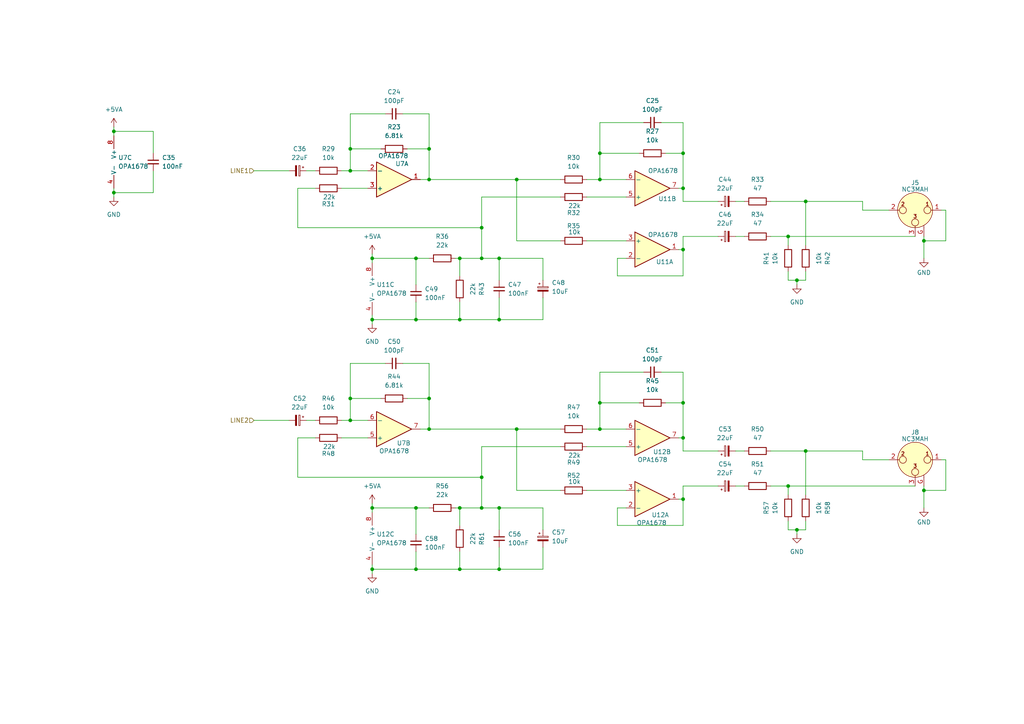
<source format=kicad_sch>
(kicad_sch (version 20231120) (generator "eeschema") (generator_version "8.0")
  (paper "A4")
  (lib_symbols
    (symbol "Amplifier_Operational:NE5532" (pin_names (offset 0.127))
      (property "Reference" "U" (at 0 5.08 0))
      (property "Value" "NE5532" (at 0 -5.08 0))
      (symbol "NE5532_1_1"
        (polyline (pts (xy -5.08 5.08) (xy 5.08 0) (xy -5.08 -5.08) (xy -5.08 5.08)) (stroke (width 0.254)) (fill (type background)))
        (pin output line (at 7.62 0 180) (length 2.54) (name "~") (number "1"))
        (pin input line (at -7.62 -2.54 0) (length 2.54) (name "-") (number "2"))
        (pin input line (at -7.62 2.54 0) (length 2.54) (name "+") (number "3"))
      )
      (symbol "NE5532_2_1"
        (polyline (pts (xy -5.08 5.08) (xy 5.08 0) (xy -5.08 -5.08) (xy -5.08 5.08)) (stroke (width 0.254)) (fill (type background)))
        (pin input line (at -7.62 2.54 0) (length 2.54) (name "+") (number "5"))
        (pin input line (at -7.62 -2.54 0) (length 2.54) (name "-") (number "6"))
        (pin output line (at 7.62 0 180) (length 2.54) (name "~") (number "7"))
      )
      (symbol "NE5532_3_1"
        (pin power_in line (at -2.54 -7.62 90) (length 3.81) (name "V-") (number "4"))
        (pin power_in line (at -2.54 7.62 270) (length 3.81) (name "V+") (number "8"))
      )
    )
    (symbol "Connector_Audio:NC3MAH" (pin_names hide)
      (property "Reference" "J" (at 0 8.89 0))
      (property "Value" "NC3MAH" (at 0 6.35 0))
      (symbol "NC3MAH_0_1"
        (circle (center -3.556 0) (radius 1.016))
        (circle (center 0 -3.556) (radius 1.016))
        (polyline (pts (xy -5.08 0) (xy -4.572 0)))
        (polyline (pts (xy -2.54 -5.08) (xy -2.54 -4.445)))
        (polyline (pts (xy 0 -5.08) (xy 0 -4.572)))
        (polyline (pts (xy 5.08 0) (xy 4.572 0)))
        (circle (center 0 0) (radius 5.08) (fill (type background)))
        (circle (center 3.556 0) (radius 1.016))
        (text "1" (at -3.556 1.778 0) (effects (font (size 1.016 1.016) (bold yes))))
        (text "2" (at 3.556 1.778 0) (effects (font (size 1.016 1.016) (bold yes))))
        (text "3" (at 0 -1.778 0) (effects (font (size 1.016 1.016) (bold yes))))
        (pin passive line (at -7.62 0 0) (length 2.54) (name "~") (number "1"))
        (pin passive line (at 7.62 0 180) (length 2.54) (name "~") (number "2"))
        (pin passive line (at 0 -7.62 90) (length 2.54) (name "~") (number "3"))
      )
      (symbol "NC3MAH_1_1"
        (pin passive line (at -2.54 -7.62 90) (length 2.54) (name "~") (number "G"))
      )
    )
    (symbol "Device:C_Polarized_Small" (pin_numbers hide) (pin_names (offset 0.254) hide)
      (property "Reference" "C" (at 0.254 1.778 0))
      (property "Value" "C_Polarized_Small" (at 0.254 -2.032 0))
      (symbol "C_Polarized_Small_0_1"
        (rectangle (start -1.524 -0.3048) (end 1.524 -0.6858) (fill (type outline)))
        (rectangle (start -1.524 0.6858) (end 1.524 0.3048))
        (polyline (pts (xy -1.27 1.524) (xy -0.762 1.524)))
        (polyline (pts (xy -1.016 1.27) (xy -1.016 1.778)))
      )
      (symbol "C_Polarized_Small_1_1"
        (pin passive line (at 0 2.54 270) (length 1.8542) (name "~") (number "1"))
        (pin passive line (at 0 -2.54 90) (length 1.8542) (name "~") (number "2"))
      )
    )
    (symbol "Device:C_Small" (pin_numbers hide) (pin_names (offset 0.254) hide)
      (property "Reference" "C" (at 0.254 1.778 0))
      (property "Value" "C_Small" (at 0.254 -2.032 0))
      (symbol "C_Small_0_1"
        (polyline (pts (xy -1.524 -0.508) (xy 1.524 -0.508)) (stroke (width 0.3302)))
        (polyline (pts (xy -1.524 0.508) (xy 1.524 0.508)) (stroke (width 0.3048)))
      )
      (symbol "C_Small_1_1"
        (pin passive line (at 0 2.54 270) (length 2.032) (name "~") (number "1"))
        (pin passive line (at 0 -2.54 90) (length 2.032) (name "~") (number "2"))
      )
    )
    (symbol "Device:R" (pin_numbers hide) (pin_names (offset 0))
      (property "Reference" "R" (at 2.032 0 90))
      (property "Value" "R" (at 0 0 90))
      (symbol "R_0_1"
        (rectangle (start -1.016 -2.54) (end 1.016 2.54) (stroke (width 0.254)))
      )
      (symbol "R_1_1"
        (pin passive line (at 0 3.81 270) (length 1.27) (name "~") (number "1"))
        (pin passive line (at 0 -3.81 90) (length 1.27) (name "~") (number "2"))
      )
    )
    (symbol "power:+5VA" (power) (pin_numbers hide) (pin_names (offset 0) hide)
      (property "Value" "+5VA" (at 0 3.556 0))
      (symbol "+5VA_0_1"
        (polyline (pts (xy -0.762 1.27) (xy 0 2.54)))
        (polyline (pts (xy 0 0) (xy 0 2.54)))
        (polyline (pts (xy 0 2.54) (xy 0.762 1.27)))
      )
      (symbol "+5VA_1_1"
        (pin power_in line (at 0 0 90) (length 0) (name "~") (number "1"))
      )
    )
    (symbol "power:GND" (power) (pin_names (offset 0))
      (property "Value" "GND" (at 0 -3.81 0))
      (symbol "GND_0_1"
        (polyline (pts (xy 0 0) (xy 0 -1.27) (xy 1.27 -1.27) (xy 0 -2.54) (xy -1.27 -1.27) (xy 0 -1.27)))
      )
      (symbol "GND_1_1"
        (pin power_in line (at 0 0 270) (length 0) hide (name "GND") (number "1"))
      )
    )
  )
  (junction (at 124.46 124.46))
  (junction (at 173.99 52.07))
  (junction (at 198.12 116.84))
  (junction (at 124.46 115.57))
  (junction (at 198.12 44.45))
  (junction (at 198.12 144.78))
  (junction (at 139.7 74.93))
  (junction (at 198.12 72.39))
  (junction (at 133.35 74.93))
  (junction (at 267.97 142.24))
  (junction (at 144.78 92.71))
  (junction (at 101.6 115.57))
  (junction (at 267.97 69.85))
  (junction (at 33.02 38.1))
  (junction (at 120.65 92.71))
  (junction (at 173.99 124.46))
  (junction (at 133.35 92.71))
  (junction (at 144.78 165.1))
  (junction (at 120.65 147.32))
  (junction (at 173.99 116.84))
  (junction (at 139.7 66.04))
  (junction (at 233.68 130.81))
  (junction (at 107.95 92.71))
  (junction (at 133.35 165.1))
  (junction (at 101.6 43.18))
  (junction (at 228.6 68.58))
  (junction (at 133.35 147.32))
  (junction (at 101.6 121.92))
  (junction (at 101.6 49.53))
  (junction (at 144.78 147.32))
  (junction (at 139.7 138.43))
  (junction (at 149.86 52.07))
  (junction (at 198.12 127))
  (junction (at 120.65 165.1))
  (junction (at 107.95 165.1))
  (junction (at 173.99 44.45))
  (junction (at 231.14 81.28))
  (junction (at 33.02 55.88))
  (junction (at 228.6 140.97))
  (junction (at 231.14 153.67))
  (junction (at 233.68 58.42))
  (junction (at 107.95 147.32))
  (junction (at 149.86 124.46))
  (junction (at 198.12 54.61))
  (junction (at 124.46 52.07))
  (junction (at 139.7 147.32))
  (junction (at 120.65 74.93))
  (junction (at 107.95 74.93))
  (junction (at 144.78 74.93))
  (junction (at 124.46 43.18))
  (wire (pts (xy 133.35 160.02) (xy 133.35 165.1)))
  (wire (pts (xy 124.46 124.46) (xy 149.86 124.46)))
  (wire (pts (xy 250.19 60.96) (xy 257.81 60.96)))
  (wire (pts (xy 198.12 80.01) (xy 179.07 80.01)))
  (wire (pts (xy 144.78 147.32) (xy 157.48 147.32)))
  (wire (pts (xy 228.6 81.28) (xy 231.14 81.28)))
  (wire (pts (xy 228.6 68.58) (xy 228.6 71.12)))
  (wire (pts (xy 133.35 165.1) (xy 144.78 165.1)))
  (wire (pts (xy 144.78 74.93) (xy 144.78 81.28)))
  (wire (pts (xy 107.95 147.32) (xy 120.65 147.32)))
  (wire (pts (xy 121.92 52.07) (xy 124.46 52.07)))
  (wire (pts (xy 139.7 129.54) (xy 162.56 129.54)))
  (wire (pts (xy 198.12 44.45) (xy 198.12 54.61)))
  (wire (pts (xy 33.02 39.37) (xy 33.02 38.1)))
  (wire (pts (xy 120.65 92.71) (xy 107.95 92.71)))
  (wire (pts (xy 120.65 147.32) (xy 124.46 147.32)))
  (wire (pts (xy 198.12 107.95) (xy 198.12 116.84)))
  (wire (pts (xy 157.48 74.93) (xy 157.48 81.28)))
  (wire (pts (xy 121.92 124.46) (xy 124.46 124.46)))
  (wire (pts (xy 149.86 142.24) (xy 149.86 124.46)))
  (wire (pts (xy 198.12 144.78) (xy 198.12 140.97)))
  (wire (pts (xy 91.44 49.53) (xy 88.9 49.53)))
  (wire (pts (xy 233.68 58.42) (xy 250.19 58.42)))
  (wire (pts (xy 144.78 165.1) (xy 157.48 165.1)))
  (wire (pts (xy 170.18 142.24) (xy 181.61 142.24)))
  (wire (pts (xy 231.14 154.94) (xy 231.14 153.67)))
  (wire (pts (xy 198.12 152.4) (xy 179.07 152.4)))
  (wire (pts (xy 198.12 116.84) (xy 198.12 127)))
  (wire (pts (xy 86.36 138.43) (xy 139.7 138.43)))
  (wire (pts (xy 107.95 91.44) (xy 107.95 92.71)))
  (wire (pts (xy 233.68 130.81) (xy 233.68 143.51)))
  (wire (pts (xy 233.68 151.13) (xy 233.68 153.67)))
  (wire (pts (xy 139.7 147.32) (xy 133.35 147.32)))
  (wire (pts (xy 144.78 86.36) (xy 144.78 92.71)))
  (wire (pts (xy 208.28 130.81) (xy 198.12 130.81)))
  (wire (pts (xy 73.66 121.92) (xy 83.82 121.92)))
  (wire (pts (xy 191.77 107.95) (xy 198.12 107.95)))
  (wire (pts (xy 198.12 68.58) (xy 208.28 68.58)))
  (wire (pts (xy 162.56 142.24) (xy 149.86 142.24)))
  (wire (pts (xy 139.7 138.43) (xy 139.7 147.32)))
  (wire (pts (xy 133.35 165.1) (xy 120.65 165.1)))
  (wire (pts (xy 107.95 147.32) (xy 107.95 148.59)))
  (wire (pts (xy 250.19 133.35) (xy 257.81 133.35)))
  (wire (pts (xy 44.45 38.1) (xy 44.45 44.45)))
  (wire (pts (xy 144.78 158.75) (xy 144.78 165.1)))
  (wire (pts (xy 267.97 68.58) (xy 267.97 69.85)))
  (wire (pts (xy 173.99 35.56) (xy 173.99 44.45)))
  (wire (pts (xy 274.32 60.96) (xy 274.32 69.85)))
  (wire (pts (xy 139.7 57.15) (xy 162.56 57.15)))
  (wire (pts (xy 223.52 130.81) (xy 233.68 130.81)))
  (wire (pts (xy 198.12 72.39) (xy 198.12 80.01)))
  (wire (pts (xy 162.56 69.85) (xy 149.86 69.85)))
  (wire (pts (xy 91.44 127) (xy 86.36 127)))
  (wire (pts (xy 101.6 121.92) (xy 106.68 121.92)))
  (wire (pts (xy 223.52 68.58) (xy 228.6 68.58)))
  (wire (pts (xy 173.99 116.84) (xy 173.99 124.46)))
  (wire (pts (xy 33.02 54.61) (xy 33.02 55.88)))
  (wire (pts (xy 120.65 160.02) (xy 120.65 165.1)))
  (wire (pts (xy 170.18 124.46) (xy 173.99 124.46)))
  (wire (pts (xy 133.35 74.93) (xy 133.35 80.01)))
  (wire (pts (xy 120.65 74.93) (xy 120.65 82.55)))
  (wire (pts (xy 228.6 140.97) (xy 265.43 140.97)))
  (wire (pts (xy 139.7 66.04) (xy 139.7 57.15)))
  (wire (pts (xy 173.99 124.46) (xy 181.61 124.46)))
  (wire (pts (xy 33.02 36.83) (xy 33.02 38.1)))
  (wire (pts (xy 107.95 146.05) (xy 107.95 147.32)))
  (wire (pts (xy 120.65 147.32) (xy 120.65 154.94)))
  (wire (pts (xy 124.46 124.46) (xy 124.46 115.57)))
  (wire (pts (xy 193.04 44.45) (xy 198.12 44.45)))
  (wire (pts (xy 107.95 163.83) (xy 107.95 165.1)))
  (wire (pts (xy 170.18 57.15) (xy 181.61 57.15)))
  (wire (pts (xy 101.6 33.02) (xy 101.6 43.18)))
  (wire (pts (xy 133.35 92.71) (xy 120.65 92.71)))
  (wire (pts (xy 198.12 144.78) (xy 198.12 152.4)))
  (wire (pts (xy 196.85 72.39) (xy 198.12 72.39)))
  (wire (pts (xy 173.99 52.07) (xy 181.61 52.07)))
  (wire (pts (xy 173.99 44.45) (xy 173.99 52.07)))
  (wire (pts (xy 191.77 35.56) (xy 198.12 35.56)))
  (wire (pts (xy 139.7 74.93) (xy 133.35 74.93)))
  (wire (pts (xy 198.12 130.81) (xy 198.12 127)))
  (wire (pts (xy 132.08 147.32) (xy 133.35 147.32)))
  (wire (pts (xy 133.35 87.63) (xy 133.35 92.71)))
  (wire (pts (xy 173.99 107.95) (xy 173.99 116.84)))
  (wire (pts (xy 157.48 147.32) (xy 157.48 153.67)))
  (wire (pts (xy 208.28 58.42) (xy 198.12 58.42)))
  (wire (pts (xy 213.36 68.58) (xy 215.9 68.58)))
  (wire (pts (xy 133.35 147.32) (xy 133.35 152.4)))
  (wire (pts (xy 101.6 49.53) (xy 106.68 49.53)))
  (wire (pts (xy 267.97 69.85) (xy 267.97 74.93)))
  (wire (pts (xy 149.86 52.07) (xy 162.56 52.07)))
  (wire (pts (xy 267.97 142.24) (xy 274.32 142.24)))
  (wire (pts (xy 101.6 49.53) (xy 101.6 43.18)))
  (wire (pts (xy 213.36 140.97) (xy 215.9 140.97)))
  (wire (pts (xy 111.76 105.41) (xy 101.6 105.41)))
  (wire (pts (xy 86.36 66.04) (xy 139.7 66.04)))
  (wire (pts (xy 179.07 147.32) (xy 181.61 147.32)))
  (wire (pts (xy 139.7 66.04) (xy 139.7 74.93)))
  (wire (pts (xy 250.19 130.81) (xy 250.19 133.35)))
  (wire (pts (xy 233.68 130.81) (xy 250.19 130.81)))
  (wire (pts (xy 107.95 73.66) (xy 107.95 74.93)))
  (wire (pts (xy 124.46 52.07) (xy 124.46 43.18)))
  (wire (pts (xy 111.76 33.02) (xy 101.6 33.02)))
  (wire (pts (xy 107.95 74.93) (xy 120.65 74.93)))
  (wire (pts (xy 267.97 142.24) (xy 267.97 147.32)))
  (wire (pts (xy 170.18 69.85) (xy 181.61 69.85)))
  (wire (pts (xy 33.02 55.88) (xy 44.45 55.88)))
  (wire (pts (xy 223.52 140.97) (xy 228.6 140.97)))
  (wire (pts (xy 124.46 52.07) (xy 149.86 52.07)))
  (wire (pts (xy 124.46 105.41) (xy 124.46 115.57)))
  (wire (pts (xy 228.6 151.13) (xy 228.6 153.67)))
  (wire (pts (xy 116.84 105.41) (xy 124.46 105.41)))
  (wire (pts (xy 223.52 58.42) (xy 233.68 58.42)))
  (wire (pts (xy 179.07 152.4) (xy 179.07 147.32)))
  (wire (pts (xy 228.6 153.67) (xy 231.14 153.67)))
  (wire (pts (xy 44.45 49.53) (xy 44.45 55.88)))
  (wire (pts (xy 198.12 140.97) (xy 208.28 140.97)))
  (wire (pts (xy 120.65 74.93) (xy 124.46 74.93)))
  (wire (pts (xy 139.7 138.43) (xy 139.7 129.54)))
  (wire (pts (xy 213.36 58.42) (xy 215.9 58.42)))
  (wire (pts (xy 170.18 129.54) (xy 181.61 129.54)))
  (wire (pts (xy 198.12 35.56) (xy 198.12 44.45)))
  (wire (pts (xy 198.12 58.42) (xy 198.12 54.61)))
  (wire (pts (xy 185.42 44.45) (xy 173.99 44.45)))
  (wire (pts (xy 33.02 38.1) (xy 44.45 38.1)))
  (wire (pts (xy 99.06 54.61) (xy 106.68 54.61)))
  (wire (pts (xy 231.14 153.67) (xy 233.68 153.67)))
  (wire (pts (xy 107.95 165.1) (xy 107.95 166.37)))
  (wire (pts (xy 133.35 92.71) (xy 144.78 92.71)))
  (wire (pts (xy 99.06 127) (xy 106.68 127)))
  (wire (pts (xy 86.36 54.61) (xy 86.36 66.04)))
  (wire (pts (xy 107.95 92.71) (xy 107.95 93.98)))
  (wire (pts (xy 101.6 115.57) (xy 110.49 115.57)))
  (wire (pts (xy 99.06 49.53) (xy 101.6 49.53)))
  (wire (pts (xy 231.14 81.28) (xy 233.68 81.28)))
  (wire (pts (xy 179.07 80.01) (xy 179.07 74.93)))
  (wire (pts (xy 91.44 54.61) (xy 86.36 54.61)))
  (wire (pts (xy 139.7 147.32) (xy 144.78 147.32)))
  (wire (pts (xy 228.6 78.74) (xy 228.6 81.28)))
  (wire (pts (xy 107.95 74.93) (xy 107.95 76.2)))
  (wire (pts (xy 91.44 121.92) (xy 88.9 121.92)))
  (wire (pts (xy 124.46 33.02) (xy 124.46 43.18)))
  (wire (pts (xy 185.42 116.84) (xy 173.99 116.84)))
  (wire (pts (xy 157.48 158.75) (xy 157.48 165.1)))
  (wire (pts (xy 267.97 140.97) (xy 267.97 142.24)))
  (wire (pts (xy 157.48 86.36) (xy 157.48 92.71)))
  (wire (pts (xy 116.84 33.02) (xy 124.46 33.02)))
  (wire (pts (xy 186.69 107.95) (xy 173.99 107.95)))
  (wire (pts (xy 273.05 133.35) (xy 274.32 133.35)))
  (wire (pts (xy 149.86 124.46) (xy 162.56 124.46)))
  (wire (pts (xy 144.78 147.32) (xy 144.78 153.67)))
  (wire (pts (xy 198.12 54.61) (xy 196.85 54.61)))
  (wire (pts (xy 120.65 87.63) (xy 120.65 92.71)))
  (wire (pts (xy 228.6 68.58) (xy 265.43 68.58)))
  (wire (pts (xy 233.68 58.42) (xy 233.68 71.12)))
  (wire (pts (xy 198.12 127) (xy 196.85 127)))
  (wire (pts (xy 101.6 105.41) (xy 101.6 115.57)))
  (wire (pts (xy 124.46 115.57) (xy 118.11 115.57)))
  (wire (pts (xy 144.78 74.93) (xy 157.48 74.93)))
  (wire (pts (xy 101.6 121.92) (xy 101.6 115.57)))
  (wire (pts (xy 33.02 57.15) (xy 33.02 55.88)))
  (wire (pts (xy 231.14 82.55) (xy 231.14 81.28)))
  (wire (pts (xy 124.46 43.18) (xy 118.11 43.18)))
  (wire (pts (xy 273.05 60.96) (xy 274.32 60.96)))
  (wire (pts (xy 267.97 69.85) (xy 274.32 69.85)))
  (wire (pts (xy 196.85 144.78) (xy 198.12 144.78)))
  (wire (pts (xy 86.36 127) (xy 86.36 138.43)))
  (wire (pts (xy 73.66 49.53) (xy 83.82 49.53)))
  (wire (pts (xy 101.6 43.18) (xy 110.49 43.18)))
  (wire (pts (xy 132.08 74.93) (xy 133.35 74.93)))
  (wire (pts (xy 193.04 116.84) (xy 198.12 116.84)))
  (wire (pts (xy 139.7 74.93) (xy 144.78 74.93)))
  (wire (pts (xy 233.68 78.74) (xy 233.68 81.28)))
  (wire (pts (xy 149.86 69.85) (xy 149.86 52.07)))
  (wire (pts (xy 198.12 72.39) (xy 198.12 68.58)))
  (wire (pts (xy 170.18 52.07) (xy 173.99 52.07)))
  (wire (pts (xy 144.78 92.71) (xy 157.48 92.71)))
  (wire (pts (xy 213.36 130.81) (xy 215.9 130.81)))
  (wire (pts (xy 179.07 74.93) (xy 181.61 74.93)))
  (wire (pts (xy 186.69 35.56) (xy 173.99 35.56)))
  (wire (pts (xy 250.19 58.42) (xy 250.19 60.96)))
  (wire (pts (xy 99.06 121.92) (xy 101.6 121.92)))
  (wire (pts (xy 274.32 133.35) (xy 274.32 142.24)))
  (wire (pts (xy 228.6 140.97) (xy 228.6 143.51)))
  (wire (pts (xy 120.65 165.1) (xy 107.95 165.1)))
  (hierarchical_label "LINE2" (shape input) (at 73.66 121.92 180))
  (hierarchical_label "LINE1" (shape input) (at 73.66 49.53 180))
  (symbol (lib_id "Device:R") (at 189.23 116.84 90) (unit 1)
    (property "Reference" "R45" (at 189.23 110.49 90))
    (property "Value" "10k" (at 189.23 113.03 90))
    (property "Footprint" "Resistor_SMD:R_0603_1608Metric" (effects (hide yes)))
    (property "Description" "Resistor" (effects (hide yes)))
    (property "LCSC" "C25804" (effects (hide yes)))
    (property "MPN" "560112116023 " (effects (hide yes)))
  )
  (symbol (lib_id "power:GND") (at 231.14 82.55 0) (unit 1)
    (property "Reference" "#PWR078" (effects (hide yes)))
    (property "Value" "GND" (at 231.14 87.63 0))
    (property "Description" "Power symbol creates a global label with name \"GND\" , ground" (effects (hide yes)))
  )
  (symbol (lib_id "Device:R") (at 166.37 57.15 270) (unit 1)
    (property "Reference" "R32" (at 166.37 61.722 90))
    (property "Value" "22k" (at 166.624 59.69 90))
    (property "Footprint" "Resistor_SMD:R_0603_1608Metric" (effects (hide yes)))
    (property "Description" "Resistor" (effects (hide yes)))
    (property "LCSC" "C31850" (effects (hide yes)))
    (property "MPN" "560112116022 " (effects (hide yes)))
  )
  (symbol (lib_id "power:GND") (at 107.95 93.98 0) (unit 1)
    (property "Reference" "#PWR079" (effects (hide yes)))
    (property "Value" "GND" (at 107.95 99.06 0))
    (property "Description" "Power symbol creates a global label with name \"GND\" , ground" (effects (hide yes)))
  )
  (symbol (lib_id "Device:R") (at 133.35 83.82 0) (mirror x) (unit 1)
    (property "Reference" "R43" (at 139.7 83.82 90))
    (property "Value" "22k" (at 137.16 83.82 90))
    (property "Footprint" "Resistor_SMD:R_0603_1608Metric" (effects (hide yes)))
    (property "Description" "Resistor" (effects (hide yes)))
    (property "LCSC" "C31850" (effects (hide yes)))
    (property "MPN" "560112116022 " (effects (hide yes)))
  )
  (symbol (lib_id "power:GND") (at 267.97 147.32 0) (unit 1)
    (property "Reference" "#PWR081" (effects (hide yes)))
    (property "Value" "GND" (at 267.97 151.4555 0))
  )
  (symbol (lib_id "Device:C_Small") (at 114.3 105.41 90) (unit 1)
    (property "Reference" "C50" (at 114.3063 99.06 90))
    (property "Value" "100pF" (at 114.3063 101.6 90))
    (property "Footprint" "Capacitor_SMD:C_0603_1608Metric" (effects (hide yes)))
    (property "Description" "Unpolarized capacitor, small symbol" (effects (hide yes)))
    (property "LCSC" "C14858" (effects (hide yes)))
    (property "MPN" "885012006023" (effects (hide yes)))
  )
  (symbol (lib_id "Device:C_Polarized_Small") (at 210.82 130.81 90) (unit 1)
    (property "Reference" "C53" (at 210.2739 124.46 90))
    (property "Value" "22uF" (at 210.2739 127 90))
    (property "Footprint" "Capacitor_SMD:C_0805_2012Metric" (effects (hide yes)))
    (property "Description" "Polarized capacitor, small symbol" (effects (hide yes)))
    (property "LCSC" "C45783" (effects (hide yes)))
    (property "MPN" "885012106032" (effects (hide yes)))
  )
  (symbol (lib_id "Device:C_Small") (at 120.65 157.48 0) (unit 1)
    (property "Reference" "C58" (at 123.19 156.2162 0) (effects (justify left)))
    (property "Value" "100nF" (at 123.19 158.7562 0) (effects (justify left)))
    (property "Footprint" "Capacitor_SMD:C_0603_1608Metric" (effects (hide yes)))
    (property "Description" "Unpolarized capacitor, small symbol" (effects (hide yes)))
    (property "LCSC" "C14663" (effects (hide yes)))
    (property "MPN" "885012206046" (effects (hide yes)))
  )
  (symbol (lib_id "Amplifier_Operational:NE5532") (at 114.3 52.07 0) (mirror x) (unit 1)
    (property "Reference" "U7" (at 116.586 47.498 0))
    (property "Value" "OPA1678 " (at 114.554 45.212 0))
    (property "Footprint" "Package_SO:SOIC-8_3.9x4.9mm_P1.27mm" (effects (hide yes)))
    (property "Datasheet" "http://www.ti.com/lit/ds/symlink/ne5532.pdf" (effects (hide yes)))
    (property "Description" "Dual Low-Noise Operational Amplifiers, DIP-8/SOIC-8" (effects (hide yes)))
    (property "LCSC" "C192421" (effects (hide yes)))
    (property "MPN" "595-OPA1678IDR " (effects (hide yes)))
  )
  (symbol (lib_id "Amplifier_Operational:NE5532") (at 110.49 83.82 0) (unit 3)
    (property "Reference" "U11" (at 109.22 82.5499 0) (effects (justify left)))
    (property "Value" "OPA1678 " (at 109.22 85.0899 0) (effects (justify left)))
    (property "Footprint" "Package_SO:SOIC-8_3.9x4.9mm_P1.27mm" (effects (hide yes)))
    (property "Datasheet" "http://www.ti.com/lit/ds/symlink/ne5532.pdf" (effects (hide yes)))
    (property "Description" "Dual Low-Noise Operational Amplifiers, DIP-8/SOIC-8" (effects (hide yes)))
    (property "LCSC" "C192421" (effects (hide yes)))
    (property "MPN" "595-OPA1678IDR " (effects (hide yes)))
  )
  (symbol (lib_id "Device:R") (at 128.27 147.32 270) (mirror x) (unit 1)
    (property "Reference" "R56" (at 128.27 140.97 90))
    (property "Value" "22k" (at 128.27 143.51 90))
    (property "Footprint" "Resistor_SMD:R_0603_1608Metric" (effects (hide yes)))
    (property "Description" "Resistor" (effects (hide yes)))
    (property "LCSC" "C31850" (effects (hide yes)))
    (property "MPN" "560112116022 " (effects (hide yes)))
  )
  (symbol (lib_id "Amplifier_Operational:NE5532") (at 189.23 54.61 0) (mirror x) (unit 2)
    (property "Reference" "U11" (at 193.548 57.658 0))
    (property "Value" "OPA1678 " (at 192.786 49.53 0))
    (property "Footprint" "Package_SO:SOIC-8_3.9x4.9mm_P1.27mm" (effects (hide yes)))
    (property "Datasheet" "http://www.ti.com/lit/ds/symlink/ne5532.pdf" (effects (hide yes)))
    (property "Description" "Dual Low-Noise Operational Amplifiers, DIP-8/SOIC-8" (effects (hide yes)))
    (property "LCSC" "C192421" (effects (hide yes)))
    (property "MPN" "595-OPA1678IDR " (effects (hide yes)))
  )
  (symbol (lib_id "Device:R") (at 95.25 121.92 90) (unit 1)
    (property "Reference" "R46" (at 95.25 115.57 90))
    (property "Value" "10k" (at 95.25 118.11 90))
    (property "Footprint" "Resistor_SMD:R_0603_1608Metric" (effects (hide yes)))
    (property "Description" "Resistor" (effects (hide yes)))
    (property "LCSC" "C25804" (effects (hide yes)))
    (property "MPN" "560112116023 " (effects (hide yes)))
  )
  (symbol (lib_id "Amplifier_Operational:NE5532") (at 189.23 72.39 0) (unit 1)
    (property "Reference" "U11" (at 192.786 75.946 0))
    (property "Value" "OPA1678 " (at 192.786 68.072 0))
    (property "Footprint" "Package_SO:SOIC-8_3.9x4.9mm_P1.27mm" (effects (hide yes)))
    (property "Datasheet" "http://www.ti.com/lit/ds/symlink/ne5532.pdf" (effects (hide yes)))
    (property "Description" "Dual Low-Noise Operational Amplifiers, DIP-8/SOIC-8" (effects (hide yes)))
    (property "LCSC" "C192421" (effects (hide yes)))
    (property "MPN" "595-OPA1678IDR " (effects (hide yes)))
  )
  (symbol (lib_id "Device:R") (at 133.35 156.21 0) (mirror x) (unit 1)
    (property "Reference" "R61" (at 139.7 156.21 90))
    (property "Value" "22k" (at 137.16 156.21 90))
    (property "Footprint" "Resistor_SMD:R_0603_1608Metric" (effects (hide yes)))
    (property "Description" "Resistor" (effects (hide yes)))
    (property "LCSC" "C31850" (effects (hide yes)))
    (property "MPN" "560112116022 " (effects (hide yes)))
  )
  (symbol (lib_id "Device:R") (at 95.25 49.53 90) (unit 1)
    (property "Reference" "R29" (at 95.25 43.18 90))
    (property "Value" "10k" (at 95.25 45.72 90))
    (property "Footprint" "Resistor_SMD:R_0603_1608Metric" (effects (hide yes)))
    (property "Description" "Resistor" (effects (hide yes)))
    (property "LCSC" "C25804" (effects (hide yes)))
    (property "MPN" "560112116023 " (effects (hide yes)))
  )
  (symbol (lib_id "Device:C_Small") (at 120.65 85.09 0) (unit 1)
    (property "Reference" "C49" (at 123.19 83.8262 0) (effects (justify left)))
    (property "Value" "100nF" (at 123.19 86.3662 0) (effects (justify left)))
    (property "Footprint" "Capacitor_SMD:C_0603_1608Metric" (effects (hide yes)))
    (property "Description" "Unpolarized capacitor, small symbol" (effects (hide yes)))
    (property "LCSC" "C14663" (effects (hide yes)))
    (property "MPN" "885012206046" (effects (hide yes)))
  )
  (symbol (lib_id "Device:R") (at 166.37 142.24 90) (unit 1)
    (property "Reference" "R52" (at 166.37 137.922 90))
    (property "Value" "10k" (at 166.624 139.7 90))
    (property "Footprint" "Resistor_SMD:R_0603_1608Metric" (effects (hide yes)))
    (property "Description" "Resistor" (effects (hide yes)))
    (property "LCSC" "C25804" (effects (hide yes)))
    (property "MPN" "560112116023 " (effects (hide yes)))
  )
  (symbol (lib_id "power:+5VA") (at 107.95 146.05 0) (unit 1)
    (property "Reference" "#PWR045" (effects (hide yes)))
    (property "Value" "+5VA" (at 107.95 140.97 0))
    (property "Description" "Power symbol creates a global label with name \"+5VA\"" (effects (hide yes)))
  )
  (symbol (lib_id "Device:R") (at 166.37 52.07 90) (unit 1)
    (property "Reference" "R30" (at 166.37 45.72 90))
    (property "Value" "10k" (at 166.37 48.26 90))
    (property "Footprint" "Resistor_SMD:R_0603_1608Metric" (effects (hide yes)))
    (property "Description" "Resistor" (effects (hide yes)))
    (property "LCSC" "C25804" (effects (hide yes)))
    (property "MPN" "560112116023 " (effects (hide yes)))
  )
  (symbol (lib_id "Device:R") (at 228.6 74.93 180) (unit 1)
    (property "Reference" "R41" (at 222.25 74.93 90))
    (property "Value" "10k" (at 224.79 74.93 90))
    (property "Footprint" "Resistor_SMD:R_0603_1608Metric" (effects (hide yes)))
    (property "Description" "Resistor" (effects (hide yes)))
    (property "LCSC" "C25804" (effects (hide yes)))
    (property "MPN" "560112116023 " (effects (hide yes)))
  )
  (symbol (lib_id "Device:R") (at 233.68 147.32 0) (unit 1)
    (property "Reference" "R58" (at 240.03 147.32 90))
    (property "Value" "10k" (at 237.49 147.32 90))
    (property "Footprint" "Resistor_SMD:R_0603_1608Metric" (effects (hide yes)))
    (property "Description" "Resistor" (effects (hide yes)))
    (property "LCSC" "C25804" (effects (hide yes)))
    (property "MPN" "560112116023 " (effects (hide yes)))
  )
  (symbol (lib_id "power:GND") (at 267.97 74.93 0) (unit 1)
    (property "Reference" "#PWR065" (effects (hide yes)))
    (property "Value" "GND" (at 267.97 79.0655 0))
  )
  (symbol (lib_id "Device:R") (at 95.25 54.61 270) (unit 1)
    (property "Reference" "R31" (at 95.25 59.182 90))
    (property "Value" "22k" (at 95.504 57.15 90))
    (property "Footprint" "Resistor_SMD:R_0603_1608Metric" (effects (hide yes)))
    (property "Description" "Resistor" (effects (hide yes)))
    (property "LCSC" "C31850" (effects (hide yes)))
    (property "MPN" "560112116022 " (effects (hide yes)))
  )
  (symbol (lib_id "Device:R") (at 219.71 58.42 90) (unit 1)
    (property "Reference" "R33" (at 219.71 52.07 90))
    (property "Value" "47" (at 219.71 54.61 90))
    (property "Footprint" "Resistor_SMD:R_0603_1608Metric" (effects (hide yes)))
    (property "Description" "Resistor" (effects (hide yes)))
    (property "LCSC" "C23182" (effects (hide yes)))
    (property "MPN" "560112116054" (effects (hide yes)))
  )
  (symbol (lib_id "Device:C_Polarized_Small") (at 86.36 49.53 270) (unit 1)
    (property "Reference" "C36" (at 86.9061 43.18 90))
    (property "Value" "22uF" (at 86.9061 45.72 90))
    (property "Footprint" "Capacitor_SMD:C_0805_2012Metric" (effects (hide yes)))
    (property "Description" "Polarized capacitor, small symbol" (effects (hide yes)))
    (property "LCSC" "C45783" (effects (hide yes)))
    (property "MPN" "885012106032" (effects (hide yes)))
  )
  (symbol (lib_id "power:GND") (at 107.95 166.37 0) (unit 1)
    (property "Reference" "#PWR083" (effects (hide yes)))
    (property "Value" "GND" (at 107.95 171.45 0))
    (property "Description" "Power symbol creates a global label with name \"GND\" , ground" (effects (hide yes)))
  )
  (symbol (lib_id "Device:C_Small") (at 144.78 156.21 0) (unit 1)
    (property "Reference" "C56" (at 147.32 154.9462 0) (effects (justify left)))
    (property "Value" "100nF" (at 147.32 157.4862 0) (effects (justify left)))
    (property "Footprint" "Capacitor_SMD:C_0603_1608Metric" (effects (hide yes)))
    (property "Description" "Unpolarized capacitor, small symbol" (effects (hide yes)))
    (property "LCSC" "C14663" (effects (hide yes)))
    (property "MPN" "885012206046" (effects (hide yes)))
  )
  (symbol (lib_id "Device:C_Polarized_Small") (at 210.82 68.58 90) (unit 1)
    (property "Reference" "C46" (at 210.2739 62.23 90))
    (property "Value" "22uF" (at 210.2739 64.77 90))
    (property "Footprint" "Capacitor_SMD:C_0805_2012Metric" (effects (hide yes)))
    (property "Description" "Polarized capacitor, small symbol" (effects (hide yes)))
    (property "LCSC" "C45783" (effects (hide yes)))
    (property "MPN" "885012106032" (effects (hide yes)))
  )
  (symbol (lib_id "Device:R") (at 166.37 129.54 270) (unit 1)
    (property "Reference" "R49" (at 166.37 134.112 90))
    (property "Value" "22k" (at 166.624 132.08 90))
    (property "Footprint" "Resistor_SMD:R_0603_1608Metric" (effects (hide yes)))
    (property "Description" "Resistor" (effects (hide yes)))
    (property "LCSC" "C31850" (effects (hide yes)))
    (property "MPN" "560112116022 " (effects (hide yes)))
  )
  (symbol (lib_id "power:GND") (at 231.14 154.94 0) (unit 1)
    (property "Reference" "#PWR082" (effects (hide yes)))
    (property "Value" "GND" (at 231.14 160.02 0))
    (property "Description" "Power symbol creates a global label with name \"GND\" , ground" (effects (hide yes)))
  )
  (symbol (lib_id "Device:C_Small") (at 144.78 83.82 0) (unit 1)
    (property "Reference" "C47" (at 147.32 82.5562 0) (effects (justify left)))
    (property "Value" "100nF" (at 147.32 85.0962 0) (effects (justify left)))
    (property "Footprint" "Capacitor_SMD:C_0603_1608Metric" (effects (hide yes)))
    (property "Description" "Unpolarized capacitor, small symbol" (effects (hide yes)))
    (property "LCSC" "C14663" (effects (hide yes)))
    (property "MPN" "885012206046" (effects (hide yes)))
  )
  (symbol (lib_id "Device:C_Polarized_Small") (at 86.36 121.92 270) (unit 1)
    (property "Reference" "C52" (at 86.9061 115.57 90))
    (property "Value" "22uF" (at 86.9061 118.11 90))
    (property "Footprint" "Capacitor_SMD:C_0805_2012Metric" (effects (hide yes)))
    (property "Description" "Polarized capacitor, small symbol" (effects (hide yes)))
    (property "LCSC" "C45783" (effects (hide yes)))
    (property "MPN" "885012106032" (effects (hide yes)))
  )
  (symbol (lib_id "Device:R") (at 95.25 127 270) (unit 1)
    (property "Reference" "R48" (at 95.25 131.572 90))
    (property "Value" "22k" (at 95.504 129.54 90))
    (property "Footprint" "Resistor_SMD:R_0603_1608Metric" (effects (hide yes)))
    (property "Description" "Resistor" (effects (hide yes)))
    (property "LCSC" "C31850" (effects (hide yes)))
    (property "MPN" "560112116022 " (effects (hide yes)))
  )
  (symbol (lib_id "Device:C_Polarized_Small") (at 210.82 140.97 90) (unit 1)
    (property "Reference" "C54" (at 210.2739 134.62 90))
    (property "Value" "22uF" (at 210.2739 137.16 90))
    (property "Footprint" "Capacitor_SMD:C_0805_2012Metric" (effects (hide yes)))
    (property "Description" "Polarized capacitor, small symbol" (effects (hide yes)))
    (property "LCSC" "C45783" (effects (hide yes)))
    (property "MPN" "885012106032" (effects (hide yes)))
  )
  (symbol (lib_id "Connector_Audio:NC3MAH") (at 265.43 60.96 0) (mirror y) (unit 1)
    (property "Reference" "J5" (at 265.43 52.9971 0))
    (property "Value" "NC3MAH" (at 265.43 54.9181 0))
    (property "Footprint" "Library:Jack_XLR_Neutrik_NC3MAH_Horizontal" (effects (hide yes)))
    (property "Datasheet" "https://www.neutrik.com/en/product/nc3mah" (effects (hide yes)))
  )
  (symbol (lib_id "power:GND") (at 33.02 57.15 0) (unit 1)
    (property "Reference" "#PWR026" (effects (hide yes)))
    (property "Value" "GND" (at 33.02 62.23 0))
    (property "Description" "Power symbol creates a global label with name \"GND\" , ground" (effects (hide yes)))
  )
  (symbol (lib_id "Device:C_Small") (at 44.45 46.99 0) (unit 1)
    (property "Reference" "C35" (at 46.99 45.7262 0) (effects (justify left)))
    (property "Value" "100nF" (at 46.99 48.2662 0) (effects (justify left)))
    (property "Footprint" "Capacitor_SMD:C_0603_1608Metric" (effects (hide yes)))
    (property "Description" "Unpolarized capacitor, small symbol" (effects (hide yes)))
    (property "LCSC" "C14663" (effects (hide yes)))
    (property "MPN" "885012206046" (effects (hide yes)))
  )
  (symbol (lib_id "power:+5VA") (at 33.02 36.83 0) (unit 1)
    (property "Reference" "#PWR028" (effects (hide yes)))
    (property "Value" "+5VA" (at 33.02 31.75 0))
    (property "Description" "Power symbol creates a global label with name \"+5VA\"" (effects (hide yes)))
  )
  (symbol (lib_id "Device:R") (at 166.37 124.46 90) (unit 1)
    (property "Reference" "R47" (at 166.37 118.11 90))
    (property "Value" "10k" (at 166.37 120.65 90))
    (property "Footprint" "Resistor_SMD:R_0603_1608Metric" (effects (hide yes)))
    (property "Description" "Resistor" (effects (hide yes)))
    (property "LCSC" "C25804" (effects (hide yes)))
    (property "MPN" "560112116023 " (effects (hide yes)))
  )
  (symbol (lib_id "Device:R") (at 166.37 69.85 90) (unit 1)
    (property "Reference" "R35" (at 166.37 65.532 90))
    (property "Value" "10k" (at 166.624 67.31 90))
    (property "Footprint" "Resistor_SMD:R_0603_1608Metric" (effects (hide yes)))
    (property "Description" "Resistor" (effects (hide yes)))
    (property "LCSC" "C25804" (effects (hide yes)))
    (property "MPN" "560112116023 " (effects (hide yes)))
  )
  (symbol (lib_id "Device:C_Polarized_Small") (at 157.48 156.21 0) (unit 1)
    (property "Reference" "C57" (at 160.02 154.3938 0) (effects (justify left)))
    (property "Value" "10uF" (at 160.02 156.9338 0) (effects (justify left)))
    (property "Footprint" "Capacitor_SMD:C_0805_2012Metric" (effects (hide yes)))
    (property "Description" "Polarized capacitor, small symbol" (effects (hide yes)))
    (property "LCSC" "C15850" (effects (hide yes)))
    (property "MPN" "885012107014" (effects (hide yes)))
  )
  (symbol (lib_id "Amplifier_Operational:NE5532") (at 110.49 156.21 0) (unit 3)
    (property "Reference" "U12" (at 109.22 154.9399 0) (effects (justify left)))
    (property "Value" "OPA1678 " (at 109.22 157.4799 0) (effects (justify left)))
    (property "Footprint" "Package_SO:SOIC-8_3.9x4.9mm_P1.27mm" (effects (hide yes)))
    (property "Datasheet" "http://www.ti.com/lit/ds/symlink/ne5532.pdf" (effects (hide yes)))
    (property "Description" "Dual Low-Noise Operational Amplifiers, DIP-8/SOIC-8" (effects (hide yes)))
    (property "LCSC" "C192421" (effects (hide yes)))
    (property "MPN" "595-OPA1678IDR " (effects (hide yes)))
  )
  (symbol (lib_id "Device:C_Small") (at 189.23 35.56 90) (unit 1)
    (property "Reference" "C25" (at 189.2363 29.21 90))
    (property "Value" "100pF" (at 189.2363 31.75 90))
    (property "Footprint" "Capacitor_SMD:C_0603_1608Metric" (effects (hide yes)))
    (property "Description" "Unpolarized capacitor, small symbol" (effects (hide yes)))
    (property "LCSC" "C14858" (effects (hide yes)))
    (property "MPN" "885012006023" (effects (hide yes)))
  )
  (symbol (lib_id "power:+5VA") (at 107.95 73.66 0) (unit 1)
    (property "Reference" "#PWR022" (effects (hide yes)))
    (property "Value" "+5VA" (at 107.95 68.58 0))
    (property "Description" "Power symbol creates a global label with name \"+5VA\"" (effects (hide yes)))
  )
  (symbol (lib_id "Device:R") (at 219.71 68.58 90) (unit 1)
    (property "Reference" "R34" (at 219.71 62.23 90))
    (property "Value" "47" (at 219.71 64.77 90))
    (property "Footprint" "Resistor_SMD:R_0603_1608Metric" (effects (hide yes)))
    (property "Description" "Resistor" (effects (hide yes)))
    (property "LCSC" "C23182" (effects (hide yes)))
    (property "MPN" "560112116054" (effects (hide yes)))
  )
  (symbol (lib_id "Device:C_Small") (at 189.23 107.95 90) (unit 1)
    (property "Reference" "C51" (at 189.2363 101.6 90))
    (property "Value" "100pF" (at 189.2363 104.14 90))
    (property "Footprint" "Capacitor_SMD:C_0603_1608Metric" (effects (hide yes)))
    (property "Description" "Unpolarized capacitor, small symbol" (effects (hide yes)))
    (property "LCSC" "C14858" (effects (hide yes)))
    (property "MPN" "885012006023" (effects (hide yes)))
  )
  (symbol (lib_id "Device:R") (at 219.71 140.97 90) (unit 1)
    (property "Reference" "R51" (at 219.71 134.62 90))
    (property "Value" "47" (at 219.71 137.16 90))
    (property "Footprint" "Resistor_SMD:R_0603_1608Metric" (effects (hide yes)))
    (property "Description" "Resistor" (effects (hide yes)))
    (property "LCSC" "C23182" (effects (hide yes)))
    (property "MPN" "560112116054" (effects (hide yes)))
  )
  (symbol (lib_id "Device:R") (at 219.71 130.81 90) (unit 1)
    (property "Reference" "R50" (at 219.71 124.46 90))
    (property "Value" "47" (at 219.71 127 90))
    (property "Footprint" "Resistor_SMD:R_0603_1608Metric" (effects (hide yes)))
    (property "Description" "Resistor" (effects (hide yes)))
    (property "LCSC" "C23182" (effects (hide yes)))
    (property "MPN" "560112116054" (effects (hide yes)))
  )
  (symbol (lib_id "Connector_Audio:NC3MAH") (at 265.43 133.35 0) (mirror y) (unit 1)
    (property "Reference" "J8" (at 265.43 125.3871 0))
    (property "Value" "NC3MAH" (at 265.43 127.3081 0))
    (property "Footprint" "Library:Jack_XLR_Neutrik_NC3MAH_Horizontal" (effects (hide yes)))
    (property "Datasheet" "https://www.neutrik.com/en/product/nc3mah" (effects (hide yes)))
  )
  (symbol (lib_id "Device:R") (at 228.6 147.32 180) (unit 1)
    (property "Reference" "R57" (at 222.25 147.32 90))
    (property "Value" "10k" (at 224.79 147.32 90))
    (property "Footprint" "Resistor_SMD:R_0603_1608Metric" (effects (hide yes)))
    (property "Description" "Resistor" (effects (hide yes)))
    (property "LCSC" "C25804" (effects (hide yes)))
    (property "MPN" "560112116023 " (effects (hide yes)))
  )
  (symbol (lib_id "Amplifier_Operational:NE5532") (at 35.56 46.99 0) (unit 3)
    (property "Reference" "U7" (at 34.29 45.7199 0) (effects (justify left)))
    (property "Value" "OPA1678 " (at 34.29 48.2599 0) (effects (justify left)))
    (property "Footprint" "Package_SO:SOIC-8_3.9x4.9mm_P1.27mm" (effects (hide yes)))
    (property "Datasheet" "http://www.ti.com/lit/ds/symlink/ne5532.pdf" (effects (hide yes)))
    (property "Description" "Dual Low-Noise Operational Amplifiers, DIP-8/SOIC-8" (effects (hide yes)))
    (property "LCSC" "C192421" (effects (hide yes)))
    (property "MPN" "595-OPA1678IDR " (effects (hide yes)))
  )
  (symbol (lib_id "Device:R") (at 114.3 115.57 90) (unit 1)
    (property "Reference" "R44" (at 114.3 109.22 90))
    (property "Value" "6.81k" (at 114.3 111.76 90))
    (property "Footprint" "Resistor_SMD:R_0603_1608Metric" (effects (hide yes)))
    (property "Description" "Resistor" (effects (hide yes)))
    (property "LCSC" "C23212" (effects (hide yes)))
    (property "MPN" "560112116007" (effects (hide yes)))
  )
  (symbol (lib_id "Device:C_Small") (at 114.3 33.02 90) (unit 1)
    (property "Reference" "C24" (at 114.3063 26.67 90))
    (property "Value" "100pF" (at 114.3063 29.21 90))
    (property "Footprint" "Capacitor_SMD:C_0603_1608Metric" (effects (hide yes)))
    (property "Description" "Unpolarized capacitor, small symbol" (effects (hide yes)))
    (property "LCSC" "C14858" (effects (hide yes)))
    (property "MPN" "885012006023" (effects (hide yes)))
  )
  (symbol (lib_id "Amplifier_Operational:NE5532") (at 189.23 127 0) (mirror x) (unit 2)
    (property "Reference" "U12" (at 192.024 131.064 0))
    (property "Value" "OPA1678 " (at 189.738 133.35 0))
    (property "Footprint" "Package_SO:SOIC-8_3.9x4.9mm_P1.27mm" (effects (hide yes)))
    (property "Datasheet" "http://www.ti.com/lit/ds/symlink/ne5532.pdf" (effects (hide yes)))
    (property "Description" "Dual Low-Noise Operational Amplifiers, DIP-8/SOIC-8" (effects (hide yes)))
    (property "LCSC" "C192421" (effects (hide yes)))
    (property "MPN" "595-OPA1678IDR " (effects (hide yes)))
  )
  (symbol (lib_id "Device:R") (at 114.3 43.18 90) (unit 1)
    (property "Reference" "R23" (at 114.3 36.83 90))
    (property "Value" "6.81k" (at 114.3 39.37 90))
    (property "Footprint" "Resistor_SMD:R_0603_1608Metric" (effects (hide yes)))
    (property "Description" "Resistor" (effects (hide yes)))
    (property "LCSC" "C23212" (effects (hide yes)))
    (property "MPN" "560112116007" (effects (hide yes)))
  )
  (symbol (lib_id "Amplifier_Operational:NE5532") (at 114.3 124.46 0) (mirror x) (unit 2)
    (property "Reference" "U7" (at 117.094 128.524 0))
    (property "Value" "OPA1678 " (at 114.808 130.81 0))
    (property "Footprint" "Package_SO:SOIC-8_3.9x4.9mm_P1.27mm" (effects (hide yes)))
    (property "Datasheet" "http://www.ti.com/lit/ds/symlink/ne5532.pdf" (effects (hide yes)))
    (property "Description" "Dual Low-Noise Operational Amplifiers, DIP-8/SOIC-8" (effects (hide yes)))
    (property "LCSC" "C192421" (effects (hide yes)))
    (property "MPN" "595-OPA1678IDR " (effects (hide yes)))
  )
  (symbol (lib_id "Device:R") (at 233.68 74.93 0) (unit 1)
    (property "Reference" "R42" (at 240.03 74.93 90))
    (property "Value" "10k" (at 237.49 74.93 90))
    (property "Footprint" "Resistor_SMD:R_0603_1608Metric" (effects (hide yes)))
    (property "Description" "Resistor" (effects (hide yes)))
    (property "LCSC" "C25804" (effects (hide yes)))
    (property "MPN" "560112116023 " (effects (hide yes)))
  )
  (symbol (lib_id "Device:R") (at 189.23 44.45 90) (unit 1)
    (property "Reference" "R27" (at 189.23 38.1 90))
    (property "Value" "10k" (at 189.23 40.64 90))
    (property "Footprint" "Resistor_SMD:R_0603_1608Metric" (effects (hide yes)))
    (property "Description" "Resistor" (effects (hide yes)))
    (property "LCSC" "C25804" (effects (hide yes)))
    (property "MPN" "560112116023 " (effects (hide yes)))
  )
  (symbol (lib_id "Amplifier_Operational:NE5532") (at 189.23 144.78 0) (unit 1)
    (property "Reference" "U12" (at 191.516 149.352 0))
    (property "Value" "OPA1678 " (at 189.484 151.638 0))
    (property "Footprint" "Package_SO:SOIC-8_3.9x4.9mm_P1.27mm" (effects (hide yes)))
    (property "Datasheet" "http://www.ti.com/lit/ds/symlink/ne5532.pdf" (effects (hide yes)))
    (property "Description" "Dual Low-Noise Operational Amplifiers, DIP-8/SOIC-8" (effects (hide yes)))
    (property "LCSC" "C192421" (effects (hide yes)))
    (property "MPN" "595-OPA1678IDR " (effects (hide yes)))
  )
  (symbol (lib_id "Device:R") (at 128.27 74.93 270) (mirror x) (unit 1)
    (property "Reference" "R36" (at 128.27 68.58 90))
    (property "Value" "22k" (at 128.27 71.12 90))
    (property "Footprint" "Resistor_SMD:R_0603_1608Metric" (effects (hide yes)))
    (property "Description" "Resistor" (effects (hide yes)))
    (property "LCSC" "C31850" (effects (hide yes)))
    (property "MPN" "560112116022 " (effects (hide yes)))
  )
  (symbol (lib_id "Device:C_Polarized_Small") (at 157.48 83.82 0) (unit 1)
    (property "Reference" "C48" (at 160.02 82.0038 0) (effects (justify left)))
    (property "Value" "10uF" (at 160.02 84.5438 0) (effects (justify left)))
    (property "Footprint" "Capacitor_SMD:C_0805_2012Metric" (effects (hide yes)))
    (property "Description" "Polarized capacitor, small symbol" (effects (hide yes)))
    (property "LCSC" "C15850" (effects (hide yes)))
    (property "MPN" "885012107014" (effects (hide yes)))
  )
  (symbol (lib_id "Device:C_Polarized_Small") (at 210.82 58.42 90) (unit 1)
    (property "Reference" "C44" (at 210.2739 52.07 90))
    (property "Value" "22uF" (at 210.2739 54.61 90))
    (property "Footprint" "Capacitor_SMD:C_0805_2012Metric" (effects (hide yes)))
    (property "Description" "Polarized capacitor, small symbol" (effects (hide yes)))
    (property "LCSC" "C45783" (effects (hide yes)))
    (property "MPN" "885012106032" (effects (hide yes)))
  )
)
</source>
